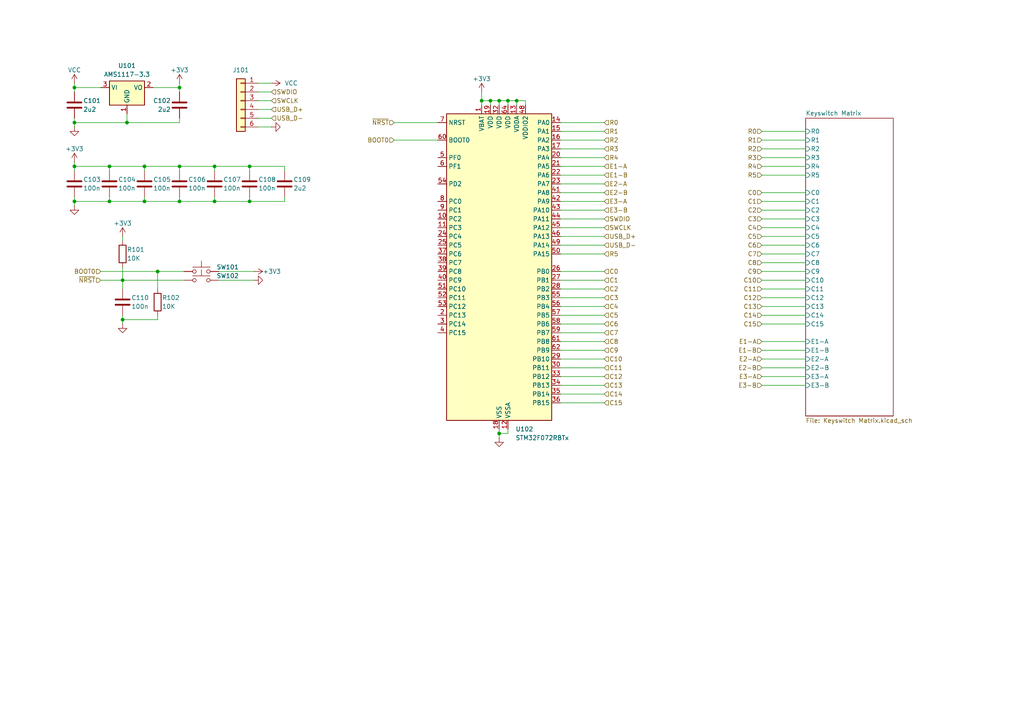
<source format=kicad_sch>
(kicad_sch (version 20231120) (generator "eeschema") (generator_version "8.0")
  (paper "A4")
  (title_block (title "x83") (date "2024-05-02") (rev "1") (company "Scott CJX"))
  (lib_symbols
    (symbol "power:+3V3" (power) (pin_numbers hide) (pin_names (offset 0) hide)
      (property "Value" "+3V3" (at 0 3.556 0))
      (symbol "+3V3_0_1"
        (polyline (pts (xy -0.762 1.27) (xy 0 2.54)))
        (polyline (pts (xy 0 0) (xy 0 2.54)))
        (polyline (pts (xy 0 2.54) (xy 0.762 1.27)))
      )
      (symbol "+3V3_1_1"
        (pin power_in line (at 0 0 90) (length 0) (name "~") (number "1"))
      )
    )
    (symbol "power:GND" (power) (pin_numbers hide) (pin_names (offset 0) hide)
      (property "Value" "GND" (at 0 -3.81 0))
      (symbol "GND_0_1"
        (polyline (pts (xy 0 0) (xy 0 -1.27) (xy 1.27 -1.27) (xy 0 -2.54) (xy -1.27 -1.27) (xy 0 -1.27)))
      )
      (symbol "GND_1_1"
        (pin power_in line (at 0 0 270) (length 0) (name "~") (number "1"))
      )
    )
    (symbol "power:VCC" (power) (pin_numbers hide) (pin_names (offset 0) hide)
      (property "Value" "VCC" (at 0 3.556 0))
      (symbol "VCC_0_1"
        (polyline (pts (xy -0.762 1.27) (xy 0 2.54)))
        (polyline (pts (xy 0 0) (xy 0 2.54)))
        (polyline (pts (xy 0 2.54) (xy 0.762 1.27)))
      )
      (symbol "VCC_1_1"
        (pin power_in line (at 0 0 90) (length 0) (name "~") (number "1"))
      )
    )
    (symbol "x83-kb-lib:AMS1117-3.3"
      (property "Reference" "U" (at -3.81 3.175 0))
      (property "Value" "AMS1117-3.3" (at 0 3.175 0))
      (symbol "AMS1117-3.3_0_1"
        (rectangle (start -5.08 -5.08) (end 5.08 1.905) (stroke (width 0.254)) (fill (type background)))
      )
      (symbol "AMS1117-3.3_1_1"
        (pin power_in line (at 0 -7.62 90) (length 2.54) (name "GND") (number "1"))
        (pin power_out line (at 7.62 0 180) (length 2.54) (name "VO") (number "2"))
        (pin power_in line (at -7.62 0 0) (length 2.54) (name "VI") (number "3"))
      )
    )
    (symbol "x83-kb-lib:C" (pin_numbers hide) (pin_names (offset 0.254))
      (property "Reference" "C" (at 0.635 2.54 0))
      (property "Value" "C" (at 0.635 -2.54 0))
      (symbol "C_0_1"
        (polyline (pts (xy -2.032 -0.762) (xy 2.032 -0.762)) (stroke (width 0.508)))
        (polyline (pts (xy -2.032 0.762) (xy 2.032 0.762)) (stroke (width 0.508)))
      )
      (symbol "C_1_1"
        (pin passive line (at 0 3.81 270) (length 2.794) (name "~") (number "1"))
        (pin passive line (at 0 -3.81 90) (length 2.794) (name "~") (number "2"))
      )
    )
    (symbol "x83-kb-lib:Conn_01x06" (pin_names (offset 1.016) hide)
      (property "Reference" "J" (at 0 7.62 0))
      (property "Value" "Conn_01x06" (at 0 -10.16 0))
      (symbol "Conn_01x06_1_1"
        (rectangle (start -1.27 -7.493) (end 0 -7.747) (stroke (width 0.1524)))
        (rectangle (start -1.27 -4.953) (end 0 -5.207) (stroke (width 0.1524)))
        (rectangle (start -1.27 -2.413) (end 0 -2.667) (stroke (width 0.1524)))
        (rectangle (start -1.27 0.127) (end 0 -0.127) (stroke (width 0.1524)))
        (rectangle (start -1.27 2.667) (end 0 2.413) (stroke (width 0.1524)))
        (rectangle (start -1.27 5.207) (end 0 4.953) (stroke (width 0.1524)))
        (rectangle (start -1.27 6.35) (end 1.27 -8.89) (stroke (width 0.254)) (fill (type background)))
        (pin passive line (at -5.08 5.08 0) (length 3.81) (name "Pin_1") (number "1"))
        (pin passive line (at -5.08 2.54 0) (length 3.81) (name "Pin_2") (number "2"))
        (pin passive line (at -5.08 0 0) (length 3.81) (name "Pin_3") (number "3"))
        (pin passive line (at -5.08 -2.54 0) (length 3.81) (name "Pin_4") (number "4"))
        (pin passive line (at -5.08 -5.08 0) (length 3.81) (name "Pin_5") (number "5"))
        (pin passive line (at -5.08 -7.62 0) (length 3.81) (name "Pin_6") (number "6"))
      )
    )
    (symbol "x83-kb-lib:R" (pin_numbers hide) (pin_names (offset 0))
      (property "Reference" "R" (at 2.032 0 90))
      (property "Value" "R" (at 0 0 90))
      (symbol "R_0_1"
        (rectangle (start -1.016 -2.54) (end 1.016 2.54) (stroke (width 0.254)))
      )
      (symbol "R_1_1"
        (pin passive line (at 0 3.81 270) (length 1.27) (name "~") (number "1"))
        (pin passive line (at 0 -3.81 90) (length 1.27) (name "~") (number "2"))
      )
    )
    (symbol "x83-kb-lib:STM32F072RBTx"
      (property "Reference" "U" (at -15.24 46.99 0))
      (property "Value" "STM32F072RBTx" (at 10.16 46.99 0))
      (symbol "STM32F072RBTx_0_1"
        (rectangle (start -15.24 -43.18) (end 15.24 45.72) (stroke (width 0.254)) (fill (type background)))
      )
      (symbol "STM32F072RBTx_1_1"
        (pin power_in line (at -5.08 48.26 270) (length 2.54) (name "VBAT") (number "1"))
        (pin bidirectional line (at -17.78 15.24 0) (length 2.54) (name "PC2") (number "10"))
        (pin bidirectional line (at -17.78 12.7 0) (length 2.54) (name "PC3") (number "11"))
        (pin power_in line (at 2.54 -45.72 90) (length 2.54) (name "VSSA") (number "12"))
        (pin power_in line (at 5.08 48.26 270) (length 2.54) (name "VDDA") (number "13"))
        (pin bidirectional line (at 17.78 43.18 180) (length 2.54) (name "PA0") (number "14"))
        (pin bidirectional line (at 17.78 40.64 180) (length 2.54) (name "PA1") (number "15"))
        (pin bidirectional line (at 17.78 38.1 180) (length 2.54) (name "PA2") (number "16"))
        (pin bidirectional line (at 17.78 35.56 180) (length 2.54) (name "PA3") (number "17"))
        (pin power_in line (at 0 -45.72 90) (length 2.54) (name "VSS") (number "18"))
        (pin power_in line (at -2.54 48.26 270) (length 2.54) (name "VDD") (number "19"))
        (pin bidirectional line (at -17.78 -12.7 0) (length 2.54) (name "PC13") (number "2"))
        (pin bidirectional line (at 17.78 33.02 180) (length 2.54) (name "PA4") (number "20"))
        (pin bidirectional line (at 17.78 30.48 180) (length 2.54) (name "PA5") (number "21"))
        (pin bidirectional line (at 17.78 27.94 180) (length 2.54) (name "PA6") (number "22"))
        (pin bidirectional line (at 17.78 25.4 180) (length 2.54) (name "PA7") (number "23"))
        (pin bidirectional line (at -17.78 10.16 0) (length 2.54) (name "PC4") (number "24"))
        (pin bidirectional line (at -17.78 7.62 0) (length 2.54) (name "PC5") (number "25"))
        (pin bidirectional line (at 17.78 0 180) (length 2.54) (name "PB0") (number "26"))
        (pin bidirectional line (at 17.78 -2.54 180) (length 2.54) (name "PB1") (number "27"))
        (pin bidirectional line (at 17.78 -5.08 180) (length 2.54) (name "PB2") (number "28"))
        (pin bidirectional line (at 17.78 -25.4 180) (length 2.54) (name "PB10") (number "29"))
        (pin bidirectional line (at -17.78 -15.24 0) (length 2.54) (name "PC14") (number "3"))
        (pin bidirectional line (at 17.78 -27.94 180) (length 2.54) (name "PB11") (number "30"))
        (pin passive line (at 0 -45.72 90) (length 2.54) hide (name "VSS") (number "31"))
        (pin power_in line (at 0 48.26 270) (length 2.54) (name "VDD") (number "32"))
        (pin bidirectional line (at 17.78 -30.48 180) (length 2.54) (name "PB12") (number "33"))
        (pin bidirectional line (at 17.78 -33.02 180) (length 2.54) (name "PB13") (number "34"))
        (pin bidirectional line (at 17.78 -35.56 180) (length 2.54) (name "PB14") (number "35"))
        (pin bidirectional line (at 17.78 -38.1 180) (length 2.54) (name "PB15") (number "36"))
        (pin bidirectional line (at -17.78 5.08 0) (length 2.54) (name "PC6") (number "37"))
        (pin bidirectional line (at -17.78 2.54 0) (length 2.54) (name "PC7") (number "38"))
        (pin bidirectional line (at -17.78 0 0) (length 2.54) (name "PC8") (number "39"))
        (pin bidirectional line (at -17.78 -17.78 0) (length 2.54) (name "PC15") (number "4"))
        (pin bidirectional line (at -17.78 -2.54 0) (length 2.54) (name "PC9") (number "40"))
        (pin bidirectional line (at 17.78 22.86 180) (length 2.54) (name "PA8") (number "41"))
        (pin bidirectional line (at 17.78 20.32 180) (length 2.54) (name "PA9") (number "42"))
        (pin bidirectional line (at 17.78 17.78 180) (length 2.54) (name "PA10") (number "43"))
        (pin bidirectional line (at 17.78 15.24 180) (length 2.54) (name "PA11") (number "44"))
        (pin bidirectional line (at 17.78 12.7 180) (length 2.54) (name "PA12") (number "45"))
        (pin bidirectional line (at 17.78 10.16 180) (length 2.54) (name "PA13") (number "46"))
        (pin passive line (at 0 -45.72 90) (length 2.54) hide (name "VSS") (number "47"))
        (pin power_in line (at 7.62 48.26 270) (length 2.54) (name "VDDIO2") (number "48"))
        (pin bidirectional line (at 17.78 7.62 180) (length 2.54) (name "PA14") (number "49"))
        (pin bidirectional line (at -17.78 33.02 0) (length 2.54) (name "PF0") (number "5"))
        (pin bidirectional line (at 17.78 5.08 180) (length 2.54) (name "PA15") (number "50"))
        (pin bidirectional line (at -17.78 -5.08 0) (length 2.54) (name "PC10") (number "51"))
        (pin bidirectional line (at -17.78 -7.62 0) (length 2.54) (name "PC11") (number "52"))
        (pin bidirectional line (at -17.78 -10.16 0) (length 2.54) (name "PC12") (number "53"))
        (pin bidirectional line (at -17.78 25.4 0) (length 2.54) (name "PD2") (number "54"))
        (pin bidirectional line (at 17.78 -7.62 180) (length 2.54) (name "PB3") (number "55"))
        (pin bidirectional line (at 17.78 -10.16 180) (length 2.54) (name "PB4") (number "56"))
        (pin bidirectional line (at 17.78 -12.7 180) (length 2.54) (name "PB5") (number "57"))
        (pin bidirectional line (at 17.78 -15.24 180) (length 2.54) (name "PB6") (number "58"))
        (pin bidirectional line (at 17.78 -17.78 180) (length 2.54) (name "PB7") (number "59"))
        (pin bidirectional line (at -17.78 30.48 0) (length 2.54) (name "PF1") (number "6"))
        (pin input line (at -17.78 38.1 0) (length 2.54) (name "BOOT0") (number "60"))
        (pin bidirectional line (at 17.78 -20.32 180) (length 2.54) (name "PB8") (number "61"))
        (pin bidirectional line (at 17.78 -22.86 180) (length 2.54) (name "PB9") (number "62"))
        (pin passive line (at 0 -45.72 90) (length 2.54) hide (name "VSS") (number "63"))
        (pin power_in line (at 2.54 48.26 270) (length 2.54) (name "VDD") (number "64"))
        (pin input line (at -17.78 43.18 0) (length 2.54) (name "NRST") (number "7"))
        (pin bidirectional line (at -17.78 20.32 0) (length 2.54) (name "PC0") (number "8"))
        (pin bidirectional line (at -17.78 17.78 0) (length 2.54) (name "PC1") (number "9"))
      )
    )
    (symbol "x83-kb-lib:SW_Push" (pin_numbers hide) (pin_names (offset 1.016) hide)
      (property "Reference" "SW" (at 1.27 2.54 0))
      (property "Value" "SW_Push" (at 0 -1.524 0))
      (symbol "SW_Push_0_1"
        (circle (center -2.032 0) (radius 0.508))
        (polyline (pts (xy 0 1.27) (xy 0 3.048)))
        (polyline (pts (xy 2.54 1.27) (xy -2.54 1.27)))
        (circle (center 2.032 0) (radius 0.508))
        (pin passive line (at -5.08 0 0) (length 2.54) (name "1") (number "1"))
        (pin passive line (at 5.08 0 180) (length 2.54) (name "2") (number "2"))
      )
    )
  )
  (junction (at 31.75 48.26))
  (junction (at 41.91 48.26))
  (junction (at 62.23 48.26))
  (junction (at 72.39 48.26))
  (junction (at 35.56 92.71))
  (junction (at 144.78 29.21))
  (junction (at 21.59 58.42))
  (junction (at 142.24 29.21))
  (junction (at 36.83 35.56))
  (junction (at 52.07 25.4))
  (junction (at 147.32 29.21))
  (junction (at 52.07 48.26))
  (junction (at 72.39 58.42))
  (junction (at 41.91 58.42))
  (junction (at 62.23 58.42))
  (junction (at 139.7 29.21))
  (junction (at 31.75 58.42))
  (junction (at 21.59 48.26))
  (junction (at 52.07 58.42))
  (junction (at 21.59 25.4))
  (junction (at 21.59 35.56))
  (junction (at 35.56 81.28))
  (junction (at 144.78 125.73))
  (junction (at 149.86 29.21))
  (junction (at 45.72 78.74))
  (wire (pts (xy 45.72 91.44) (xy 45.72 92.71)))
  (wire (pts (xy 139.7 29.21) (xy 139.7 30.48)))
  (wire (pts (xy 52.07 24.13) (xy 52.07 25.4)))
  (wire (pts (xy 63.5 81.28) (xy 73.66 81.28)))
  (wire (pts (xy 220.98 86.36) (xy 233.68 86.36)))
  (wire (pts (xy 220.98 78.74) (xy 233.68 78.74)))
  (wire (pts (xy 175.26 55.88) (xy 162.56 55.88)))
  (wire (pts (xy 144.78 29.21) (xy 144.78 30.48)))
  (wire (pts (xy 41.91 48.26) (xy 41.91 49.53)))
  (wire (pts (xy 147.32 29.21) (xy 149.86 29.21)))
  (wire (pts (xy 175.26 66.04) (xy 162.56 66.04)))
  (wire (pts (xy 220.98 50.8) (xy 233.68 50.8)))
  (wire (pts (xy 31.75 48.26) (xy 31.75 49.53)))
  (wire (pts (xy 220.98 91.44) (xy 233.68 91.44)))
  (wire (pts (xy 175.26 86.36) (xy 162.56 86.36)))
  (wire (pts (xy 149.86 29.21) (xy 152.4 29.21)))
  (wire (pts (xy 152.4 30.48) (xy 152.4 29.21)))
  (wire (pts (xy 21.59 58.42) (xy 21.59 59.69)))
  (wire (pts (xy 220.98 93.98) (xy 233.68 93.98)))
  (wire (pts (xy 220.98 40.64) (xy 233.68 40.64)))
  (wire (pts (xy 82.55 58.42) (xy 82.55 57.15)))
  (wire (pts (xy 21.59 24.13) (xy 21.59 25.4)))
  (wire (pts (xy 78.74 36.83) (xy 74.93 36.83)))
  (wire (pts (xy 45.72 78.74) (xy 45.72 83.82)))
  (wire (pts (xy 175.26 58.42) (xy 162.56 58.42)))
  (wire (pts (xy 52.07 58.42) (xy 62.23 58.42)))
  (wire (pts (xy 114.3 35.56) (xy 127 35.56)))
  (wire (pts (xy 45.72 78.74) (xy 53.34 78.74)))
  (wire (pts (xy 21.59 46.99) (xy 21.59 48.26)))
  (wire (pts (xy 175.26 111.76) (xy 162.56 111.76)))
  (wire (pts (xy 63.5 78.74) (xy 73.66 78.74)))
  (wire (pts (xy 35.56 92.71) (xy 45.72 92.71)))
  (wire (pts (xy 62.23 48.26) (xy 72.39 48.26)))
  (wire (pts (xy 175.26 93.98) (xy 162.56 93.98)))
  (wire (pts (xy 220.98 48.26) (xy 233.68 48.26)))
  (wire (pts (xy 220.98 58.42) (xy 233.68 58.42)))
  (wire (pts (xy 21.59 35.56) (xy 21.59 36.83)))
  (wire (pts (xy 29.21 78.74) (xy 45.72 78.74)))
  (wire (pts (xy 31.75 58.42) (xy 31.75 57.15)))
  (wire (pts (xy 175.26 35.56) (xy 162.56 35.56)))
  (wire (pts (xy 72.39 58.42) (xy 72.39 57.15)))
  (wire (pts (xy 144.78 29.21) (xy 147.32 29.21)))
  (wire (pts (xy 220.98 88.9) (xy 233.68 88.9)))
  (wire (pts (xy 21.59 58.42) (xy 31.75 58.42)))
  (wire (pts (xy 35.56 68.58) (xy 35.56 69.85)))
  (wire (pts (xy 175.26 88.9) (xy 162.56 88.9)))
  (wire (pts (xy 52.07 48.26) (xy 52.07 49.53)))
  (wire (pts (xy 144.78 127) (xy 144.78 125.73)))
  (wire (pts (xy 35.56 81.28) (xy 35.56 83.82)))
  (wire (pts (xy 220.98 71.12) (xy 233.68 71.12)))
  (wire (pts (xy 147.32 125.73) (xy 144.78 125.73)))
  (wire (pts (xy 147.32 29.21) (xy 147.32 30.48)))
  (wire (pts (xy 21.59 25.4) (xy 21.59 26.67)))
  (wire (pts (xy 31.75 58.42) (xy 41.91 58.42)))
  (wire (pts (xy 175.26 60.96) (xy 162.56 60.96)))
  (wire (pts (xy 149.86 29.21) (xy 149.86 30.48)))
  (wire (pts (xy 220.98 63.5) (xy 233.68 63.5)))
  (wire (pts (xy 175.26 50.8) (xy 162.56 50.8)))
  (wire (pts (xy 220.98 106.68) (xy 233.68 106.68)))
  (wire (pts (xy 220.98 83.82) (xy 233.68 83.82)))
  (wire (pts (xy 175.26 109.22) (xy 162.56 109.22)))
  (wire (pts (xy 175.26 40.64) (xy 162.56 40.64)))
  (wire (pts (xy 72.39 48.26) (xy 72.39 49.53)))
  (wire (pts (xy 41.91 58.42) (xy 41.91 57.15)))
  (wire (pts (xy 220.98 73.66) (xy 233.68 73.66)))
  (wire (pts (xy 175.26 45.72) (xy 162.56 45.72)))
  (wire (pts (xy 41.91 48.26) (xy 52.07 48.26)))
  (wire (pts (xy 35.56 92.71) (xy 35.56 93.98)))
  (wire (pts (xy 36.83 35.56) (xy 52.07 35.56)))
  (wire (pts (xy 21.59 58.42) (xy 21.59 57.15)))
  (wire (pts (xy 35.56 81.28) (xy 53.34 81.28)))
  (wire (pts (xy 175.26 81.28) (xy 162.56 81.28)))
  (wire (pts (xy 175.26 38.1) (xy 162.56 38.1)))
  (wire (pts (xy 35.56 77.47) (xy 35.56 81.28)))
  (wire (pts (xy 175.26 48.26) (xy 162.56 48.26)))
  (wire (pts (xy 31.75 48.26) (xy 41.91 48.26)))
  (wire (pts (xy 220.98 81.28) (xy 233.68 81.28)))
  (wire (pts (xy 52.07 58.42) (xy 52.07 57.15)))
  (wire (pts (xy 142.24 29.21) (xy 144.78 29.21)))
  (wire (pts (xy 220.98 55.88) (xy 233.68 55.88)))
  (wire (pts (xy 62.23 58.42) (xy 62.23 57.15)))
  (wire (pts (xy 175.26 73.66) (xy 162.56 73.66)))
  (wire (pts (xy 41.91 58.42) (xy 52.07 58.42)))
  (wire (pts (xy 144.78 125.73) (xy 144.78 124.46)))
  (wire (pts (xy 220.98 60.96) (xy 233.68 60.96)))
  (wire (pts (xy 220.98 111.76) (xy 233.68 111.76)))
  (wire (pts (xy 175.26 83.82) (xy 162.56 83.82)))
  (wire (pts (xy 147.32 124.46) (xy 147.32 125.73)))
  (wire (pts (xy 175.26 53.34) (xy 162.56 53.34)))
  (wire (pts (xy 78.74 29.21) (xy 74.93 29.21)))
  (wire (pts (xy 220.98 104.14) (xy 233.68 104.14)))
  (wire (pts (xy 220.98 109.22) (xy 233.68 109.22)))
  (wire (pts (xy 175.26 116.84) (xy 162.56 116.84)))
  (wire (pts (xy 62.23 48.26) (xy 62.23 49.53)))
  (wire (pts (xy 52.07 25.4) (xy 52.07 26.67)))
  (wire (pts (xy 52.07 25.4) (xy 44.45 25.4)))
  (wire (pts (xy 21.59 48.26) (xy 21.59 49.53)))
  (wire (pts (xy 220.98 76.2) (xy 233.68 76.2)))
  (wire (pts (xy 220.98 68.58) (xy 233.68 68.58)))
  (wire (pts (xy 72.39 48.26) (xy 82.55 48.26)))
  (wire (pts (xy 72.39 58.42) (xy 82.55 58.42)))
  (wire (pts (xy 175.26 101.6) (xy 162.56 101.6)))
  (wire (pts (xy 175.26 43.18) (xy 162.56 43.18)))
  (wire (pts (xy 62.23 58.42) (xy 72.39 58.42)))
  (wire (pts (xy 220.98 45.72) (xy 233.68 45.72)))
  (wire (pts (xy 139.7 29.21) (xy 142.24 29.21)))
  (wire (pts (xy 78.74 26.67) (xy 74.93 26.67)))
  (wire (pts (xy 29.21 81.28) (xy 35.56 81.28)))
  (wire (pts (xy 220.98 38.1) (xy 233.68 38.1)))
  (wire (pts (xy 82.55 48.26) (xy 82.55 49.53)))
  (wire (pts (xy 220.98 66.04) (xy 233.68 66.04)))
  (wire (pts (xy 175.26 71.12) (xy 162.56 71.12)))
  (wire (pts (xy 175.26 63.5) (xy 162.56 63.5)))
  (wire (pts (xy 35.56 91.44) (xy 35.56 92.71)))
  (wire (pts (xy 175.26 91.44) (xy 162.56 91.44)))
  (wire (pts (xy 21.59 25.4) (xy 29.21 25.4)))
  (wire (pts (xy 175.26 106.68) (xy 162.56 106.68)))
  (wire (pts (xy 36.83 33.02) (xy 36.83 35.56)))
  (wire (pts (xy 175.26 99.06) (xy 162.56 99.06)))
  (wire (pts (xy 114.3 40.64) (xy 127 40.64)))
  (wire (pts (xy 220.98 99.06) (xy 233.68 99.06)))
  (wire (pts (xy 78.74 31.75) (xy 74.93 31.75)))
  (wire (pts (xy 21.59 34.29) (xy 21.59 35.56)))
  (wire (pts (xy 175.26 68.58) (xy 162.56 68.58)))
  (wire (pts (xy 175.26 96.52) (xy 162.56 96.52)))
  (wire (pts (xy 175.26 114.3) (xy 162.56 114.3)))
  (wire (pts (xy 52.07 48.26) (xy 62.23 48.26)))
  (wire (pts (xy 175.26 78.74) (xy 162.56 78.74)))
  (wire (pts (xy 78.74 24.13) (xy 74.93 24.13)))
  (wire (pts (xy 139.7 26.67) (xy 139.7 29.21)))
  (wire (pts (xy 142.24 29.21) (xy 142.24 30.48)))
  (wire (pts (xy 175.26 104.14) (xy 162.56 104.14)))
  (wire (pts (xy 220.98 101.6) (xy 233.68 101.6)))
  (wire (pts (xy 52.07 35.56) (xy 52.07 34.29)))
  (wire (pts (xy 21.59 48.26) (xy 31.75 48.26)))
  (wire (pts (xy 21.59 35.56) (xy 36.83 35.56)))
  (wire (pts (xy 220.98 43.18) (xy 233.68 43.18)))
  (wire (pts (xy 78.74 34.29) (xy 74.93 34.29)))
  (hierarchical_label "E1-B" (shape input) (at 220.98 101.6 180))
  (hierarchical_label "C11" (shape input) (at 175.26 106.68 0))
  (hierarchical_label "R2" (shape input) (at 220.98 43.18 180))
  (hierarchical_label "~{NRST}" (shape input) (at 114.3 35.56 180))
  (hierarchical_label "C10" (shape input) (at 175.26 104.14 0))
  (hierarchical_label "SWCLK" (shape input) (at 78.74 29.21 0))
  (hierarchical_label "C2" (shape input) (at 175.26 83.82 0))
  (hierarchical_label "SWDIO" (shape input) (at 78.74 26.67 0))
  (hierarchical_label "R3" (shape input) (at 220.98 45.72 180))
  (hierarchical_label "C8" (shape input) (at 220.98 76.2 180))
  (hierarchical_label "C9" (shape input) (at 175.26 101.6 0))
  (hierarchical_label "E3-A" (shape input) (at 220.98 109.22 180))
  (hierarchical_label "C4" (shape input) (at 175.26 88.9 0))
  (hierarchical_label "USB_D+" (shape input) (at 175.26 68.58 0))
  (hierarchical_label "C5" (shape input) (at 220.98 68.58 180))
  (hierarchical_label "C1" (shape input) (at 220.98 58.42 180))
  (hierarchical_label "C13" (shape input) (at 220.98 88.9 180))
  (hierarchical_label "R1" (shape input) (at 220.98 40.64 180))
  (hierarchical_label "R4" (shape input) (at 175.26 45.72 0))
  (hierarchical_label "E1-A" (shape input) (at 175.26 48.26 0))
  (hierarchical_label "C7" (shape input) (at 220.98 73.66 180))
  (hierarchical_label "E1-B" (shape input) (at 175.26 50.8 0))
  (hierarchical_label "R2" (shape input) (at 175.26 40.64 0))
  (hierarchical_label "C4" (shape input) (at 220.98 66.04 180))
  (hierarchical_label "E2-A" (shape input) (at 175.26 53.34 0))
  (hierarchical_label "C15" (shape input) (at 220.98 93.98 180))
  (hierarchical_label "C14" (shape input) (at 220.98 91.44 180))
  (hierarchical_label "C6" (shape input) (at 220.98 71.12 180))
  (hierarchical_label "BOOT0" (shape input) (at 114.3 40.64 180))
  (hierarchical_label "C6" (shape input) (at 175.26 93.98 0))
  (hierarchical_label "E3-A" (shape input) (at 175.26 58.42 0))
  (hierarchical_label "C12" (shape input) (at 175.26 109.22 0))
  (hierarchical_label "C12" (shape input) (at 220.98 86.36 180))
  (hierarchical_label "E3-B" (shape input) (at 220.98 111.76 180))
  (hierarchical_label "R3" (shape input) (at 175.26 43.18 0))
  (hierarchical_label "E1-A" (shape input) (at 220.98 99.06 180))
  (hierarchical_label "C3" (shape input) (at 175.26 86.36 0))
  (hierarchical_label "USB_D-" (shape input) (at 78.74 34.29 0))
  (hierarchical_label "C13" (shape input) (at 175.26 111.76 0))
  (hierarchical_label "C8" (shape input) (at 175.26 99.06 0))
  (hierarchical_label "C11" (shape input) (at 220.98 83.82 180))
  (hierarchical_label "C2" (shape input) (at 220.98 60.96 180))
  (hierarchical_label "C0" (shape input) (at 175.26 78.74 0))
  (hierarchical_label "E3-B" (shape input) (at 175.26 60.96 0))
  (hierarchical_label "R5" (shape input) (at 220.98 50.8 180))
  (hierarchical_label "C9" (shape input) (at 220.98 78.74 180))
  (hierarchical_label "C1" (shape input) (at 175.26 81.28 0))
  (hierarchical_label "SWCLK" (shape input) (at 175.26 66.04 0))
  (hierarchical_label "C0" (shape input) (at 220.98 55.88 180))
  (hierarchical_label "R1" (shape input) (at 175.26 38.1 0))
  (hierarchical_label "C5" (shape input) (at 175.26 91.44 0))
  (hierarchical_label "SWDIO" (shape input) (at 175.26 63.5 0))
  (hierarchical_label "R4" (shape input) (at 220.98 48.26 180))
  (hierarchical_label "E2-B" (shape input) (at 220.98 106.68 180))
  (hierarchical_label "USB_D-" (shape input) (at 175.26 71.12 0))
  (hierarchical_label "C14" (shape input) (at 175.26 114.3 0))
  (hierarchical_label "~{NRST}" (shape input) (at 29.21 81.28 180))
  (hierarchical_label "E2-B" (shape input) (at 175.26 55.88 0))
  (hierarchical_label "BOOT0" (shape input) (at 29.21 78.74 180))
  (hierarchical_label "C7" (shape input) (at 175.26 96.52 0))
  (hierarchical_label "USB_D+" (shape input) (at 78.74 31.75 0))
  (hierarchical_label "R0" (shape input) (at 220.98 38.1 180))
  (hierarchical_label "R0" (shape input) (at 175.26 35.56 0))
  (hierarchical_label "E2-A" (shape input) (at 220.98 104.14 180))
  (hierarchical_label "R5" (shape input) (at 175.26 73.66 0))
  (hierarchical_label "C3" (shape input) (at 220.98 63.5 180))
  (hierarchical_label "C10" (shape input) (at 220.98 81.28 180))
  (hierarchical_label "C15" (shape input) (at 175.26 116.84 0))
  (symbol (lib_id "power:GND") (at 21.59 59.69 0) (unit 1)
    (property "Reference" "#PWR0108" (effects (hide yes)))
    (property "Value" "GND" (effects (hide yes)))
    (property "Description" "Power symbol creates a global label with name \"GND\" , ground" (effects (hide yes)))
  )
  (symbol (lib_id "x83-kb-lib:C") (at 21.59 53.34 0) (unit 1)
    (property "Reference" "C103" (at 24.13 52.07 0) (effects (justify left)))
    (property "Value" "100n" (at 24.13 54.61 0) (effects (justify left)))
    (property "Footprint" "Capacitor_SMD:C_0603_1608Metric" (effects (hide yes)))
    (property "Description" "Unpolarized capacitor" (effects (hide yes)))
  )
  (symbol (lib_id "power:+3V3") (at 139.7 26.67 0) (unit 1)
    (property "Reference" "#PWR0104" (effects (hide yes)))
    (property "Value" "+3V3" (at 139.7 22.86 0))
    (property "Description" "Power symbol creates a global label with name \"+3V3\"" (effects (hide yes)))
  )
  (symbol (lib_id "power:GND") (at 78.74 36.83 90) (unit 1)
    (property "Reference" "#PWR0106" (effects (hide yes)))
    (property "Value" "GND" (effects (hide yes)))
    (property "Description" "Power symbol creates a global label with name \"GND\" , ground" (effects (hide yes)))
  )
  (symbol (lib_id "x83-kb-lib:C") (at 82.55 53.34 0) (unit 1)
    (property "Reference" "C109" (at 85.09 52.07 0) (effects (justify left)))
    (property "Value" "2u2" (at 85.09 54.61 0) (effects (justify left)))
    (property "Footprint" "Capacitor_SMD:C_0805_2012Metric" (effects (hide yes)))
    (property "Description" "Unpolarized capacitor" (effects (hide yes)))
  )
  (symbol (lib_id "power:+3V3") (at 52.07 24.13 0) (unit 1)
    (property "Reference" "#PWR0102" (effects (hide yes)))
    (property "Value" "+3V3" (at 52.07 20.32 0))
    (property "Description" "Power symbol creates a global label with name \"+3V3\"" (effects (hide yes)))
  )
  (symbol (lib_id "x83-kb-lib:C") (at 31.75 53.34 0) (unit 1)
    (property "Reference" "C104" (at 34.29 52.07 0) (effects (justify left)))
    (property "Value" "100n" (at 34.29 54.61 0) (effects (justify left)))
    (property "Footprint" "Capacitor_SMD:C_0603_1608Metric" (effects (hide yes)))
    (property "Description" "Unpolarized capacitor" (effects (hide yes)))
  )
  (symbol (lib_id "x83-kb-lib:STM32F072RBTx") (at 144.78 78.74 0) (unit 1)
    (property "Reference" "U102" (at 149.5141 124.46 0) (effects (justify left)))
    (property "Value" "STM32F072RBTx" (at 149.5141 127 0) (effects (justify left)))
    (property "Footprint" "Package_QFP:LQFP-64_10x10mm_P0.5mm" (effects (hide yes)))
    (property "Datasheet" "https://www.st.com/resource/en/datasheet/stm32f072rb.pdf" (effects (hide yes)))
    (property "Description" "STMicroelectronics Arm Cortex-M0 MCU, 128KB flash, 16KB RAM, 48 MHz, 2.0-3.6V, 51 GPIO, LQFP64" (effects (hide yes)))
  )
  (symbol (lib_id "x83-kb-lib:C") (at 72.39 53.34 0) (unit 1)
    (property "Reference" "C108" (at 74.93 52.07 0) (effects (justify left)))
    (property "Value" "100n" (at 74.93 54.61 0) (effects (justify left)))
    (property "Footprint" "Capacitor_SMD:C_0603_1608Metric" (effects (hide yes)))
    (property "Description" "Unpolarized capacitor" (effects (hide yes)))
  )
  (symbol (lib_id "power:+3V3") (at 21.59 46.99 0) (unit 1)
    (property "Reference" "#PWR0107" (effects (hide yes)))
    (property "Value" "+3V3" (at 21.59 43.18 0))
    (property "Description" "Power symbol creates a global label with name \"+3V3\"" (effects (hide yes)))
  )
  (symbol (lib_id "power:GND") (at 73.66 81.28 90) (unit 1)
    (property "Reference" "#PWR0111" (effects (hide yes)))
    (property "Value" "GND" (effects (hide yes)))
    (property "Description" "Power symbol creates a global label with name \"GND\" , ground" (effects (hide yes)))
  )
  (symbol (lib_id "x83-kb-lib:C") (at 62.23 53.34 0) (unit 1)
    (property "Reference" "C107" (at 64.77 52.07 0) (effects (justify left)))
    (property "Value" "100n" (at 64.77 54.61 0) (effects (justify left)))
    (property "Footprint" "Capacitor_SMD:C_0603_1608Metric" (effects (hide yes)))
    (property "Description" "Unpolarized capacitor" (effects (hide yes)))
  )
  (symbol (lib_id "x83-kb-lib:AMS1117-3.3") (at 36.83 25.4 0) (unit 1)
    (property "Reference" "U101" (at 36.83 19.05 0))
    (property "Value" "AMS1117-3.3" (at 36.83 21.59 0))
    (property "Footprint" "Package_TO_SOT_SMD:SOT-223-3_TabPin2" (effects (hide yes)))
    (property "Datasheet" "http://www.advanced-monolithic.com/pdf/ds1117.pdf" (effects (hide yes)))
    (property "Description" "1A Low Dropout regulator, positive, 3.3V fixed output, SOT-223" (effects (hide yes)))
  )
  (symbol (lib_id "x83-kb-lib:R") (at 45.72 87.63 0) (unit 1)
    (property "Reference" "R102" (at 46.99 86.36 0) (effects (justify left)))
    (property "Value" "10K" (at 46.99 88.9 0) (effects (justify left)))
    (property "Footprint" "Resistor_SMD:R_0603_1608Metric" (effects (hide yes)))
    (property "Description" "Resistor" (effects (hide yes)))
  )
  (symbol (lib_id "x83-kb-lib:C") (at 52.07 53.34 0) (unit 1)
    (property "Reference" "C106" (at 54.61 52.07 0) (effects (justify left)))
    (property "Value" "100n" (at 54.61 54.61 0) (effects (justify left)))
    (property "Footprint" "Capacitor_SMD:C_0603_1608Metric" (effects (hide yes)))
    (property "Description" "Unpolarized capacitor" (effects (hide yes)))
  )
  (symbol (lib_id "x83-kb-lib:R") (at 35.56 73.66 0) (unit 1)
    (property "Reference" "R101" (at 36.83 72.39 0) (effects (justify left)))
    (property "Value" "10K" (at 36.83 74.93 0) (effects (justify left)))
    (property "Footprint" "Resistor_SMD:R_0603_1608Metric" (effects (hide yes)))
    (property "Description" "Resistor" (effects (hide yes)))
  )
  (symbol (lib_id "x83-kb-lib:SW_Push") (at 58.42 78.74 0) (unit 1)
    (property "Reference" "SW101" (at 66.04 77.47 0))
    (property "Value" "SW_Push" (effects (hide yes)))
    (property "Description" "Push button switch, generic, two pins" (effects (hide yes)))
  )
  (symbol (lib_id "x83-kb-lib:C") (at 41.91 53.34 0) (unit 1)
    (property "Reference" "C105" (at 44.45 52.07 0) (effects (justify left)))
    (property "Value" "100n" (at 44.45 54.61 0) (effects (justify left)))
    (property "Footprint" "Capacitor_SMD:C_0603_1608Metric" (effects (hide yes)))
    (property "Description" "Unpolarized capacitor" (effects (hide yes)))
  )
  (symbol (lib_id "power:GND") (at 35.56 93.98 0) (unit 1)
    (property "Reference" "#PWR0112" (effects (hide yes)))
    (property "Value" "GND" (effects (hide yes)))
    (property "Description" "Power symbol creates a global label with name \"GND\" , ground" (effects (hide yes)))
  )
  (symbol (lib_id "x83-kb-lib:C") (at 35.56 87.63 0) (unit 1)
    (property "Reference" "C110" (at 38.1 86.36 0) (effects (justify left)))
    (property "Value" "100n" (at 38.1 88.9 0) (effects (justify left)))
    (property "Footprint" "Capacitor_SMD:C_0603_1608Metric" (effects (hide yes)))
    (property "Description" "Unpolarized capacitor" (effects (hide yes)))
  )
  (symbol (lib_id "power:GND") (at 144.78 127 0) (unit 1)
    (property "Reference" "#PWR0113" (effects (hide yes)))
    (property "Value" "GND" (effects (hide yes)))
    (property "Description" "Power symbol creates a global label with name \"GND\" , ground" (effects (hide yes)))
  )
  (symbol (lib_id "power:VCC") (at 78.74 24.13 270) (unit 1)
    (property "Reference" "#PWR0103" (effects (hide yes)))
    (property "Value" "VCC" (at 82.55 24.1299 90) (effects (justify left)))
    (property "Description" "Power symbol creates a global label with name \"VCC\"" (effects (hide yes)))
  )
  (symbol (lib_id "power:+3V3") (at 35.56 68.58 0) (unit 1)
    (property "Reference" "#PWR0109" (effects (hide yes)))
    (property "Value" "+3V3" (at 35.56 64.77 0))
    (property "Description" "Power symbol creates a global label with name \"+3V3\"" (effects (hide yes)))
  )
  (symbol (lib_id "x83-kb-lib:Conn_01x06") (at 69.85 29.21 0) (mirror y) (unit 1)
    (property "Reference" "J101" (at 69.85 20.32 0))
    (property "Value" "Conn_01x06" (effects (hide yes)))
    (property "Description" "Generic connector, single row, 01x06, script generated (kicad-library-utils/schlib/autogen/connector/)" (effects (hide yes)))
  )
  (symbol (lib_id "power:+3V3") (at 73.66 78.74 270) (unit 1)
    (property "Reference" "#PWR0110" (effects (hide yes)))
    (property "Value" "+3V3" (at 76.2 78.74 90) (effects (justify left)))
    (property "Description" "Power symbol creates a global label with name \"+3V3\"" (effects (hide yes)))
  )
  (symbol (lib_id "x83-kb-lib:C") (at 52.07 30.48 0) (mirror y) (unit 1)
    (property "Reference" "C102" (at 49.53 29.21 0) (effects (justify left)))
    (property "Value" "2u2" (at 49.53 31.75 0) (effects (justify left)))
    (property "Footprint" "Capacitor_SMD:C_0805_2012Metric" (effects (hide yes)))
    (property "Description" "Unpolarized capacitor" (effects (hide yes)))
  )
  (symbol (lib_id "x83-kb-lib:SW_Push") (at 58.42 81.28 0) (unit 1)
    (property "Reference" "SW102" (at 66.04 80.01 0))
    (property "Value" "SW_Push" (effects (hide yes)))
    (property "Description" "Push button switch, generic, two pins" (effects (hide yes)))
  )
  (symbol (lib_id "x83-kb-lib:C") (at 21.59 30.48 0) (unit 1)
    (property "Reference" "C101" (at 24.13 29.21 0) (effects (justify left)))
    (property "Value" "2u2" (at 24.13 31.75 0) (effects (justify left)))
    (property "Footprint" "Capacitor_SMD:C_0805_2012Metric" (effects (hide yes)))
    (property "Description" "Unpolarized capacitor" (effects (hide yes)))
  )
  (symbol (lib_id "power:GND") (at 21.59 36.83 0) (unit 1)
    (property "Reference" "#PWR0105" (effects (hide yes)))
    (property "Value" "GND" (effects (hide yes)))
    (property "Description" "Power symbol creates a global label with name \"GND\" , ground" (effects (hide yes)))
  )
  (symbol (lib_id "power:VCC") (at 21.59 24.13 0) (unit 1)
    (property "Reference" "#PWR0101" (effects (hide yes)))
    (property "Value" "VCC" (at 21.59 20.32 0))
    (property "Description" "Power symbol creates a global label with name \"VCC\"" (effects (hide yes)))
  )
  (sheet (at 233.68 34.29) (size 25.4 86.36) (stroke (width 0.1524))
    (property "Sheetname" "Keyswitch Matrix" (at 233.68 33.5784 0) (effects (justify left bottom)))
    (property "Sheetfile" "Keyswitch Matrix.kicad_sch" (at 233.68 121.2346 0) (effects (justify left top)))
    (pin "R5" input (at 233.68 50.8 180))
    (pin "C0" input (at 233.68 55.88 180))
    (pin "C1" input (at 233.68 58.42 180))
    (pin "R4" input (at 233.68 48.26 180))
    (pin "R3" input (at 233.68 45.72 180))
    (pin "R2" input (at 233.68 43.18 180))
    (pin "R1" input (at 233.68 40.64 180))
    (pin "R0" input (at 233.68 38.1 180))
    (pin "C2" input (at 233.68 60.96 180))
    (pin "C3" input (at 233.68 63.5 180))
    (pin "C8" input (at 233.68 76.2 180))
    (pin "C7" input (at 233.68 73.66 180))
    (pin "C6" input (at 233.68 71.12 180))
    (pin "C5" input (at 233.68 68.58 180))
    (pin "C11" input (at 233.68 83.82 180))
    (pin "C9" input (at 233.68 78.74 180))
    (pin "C10" input (at 233.68 81.28 180))
    (pin "C12" input (at 233.68 86.36 180))
    (pin "C15" input (at 233.68 93.98 180))
    (pin "C14" input (at 233.68 91.44 180))
    (pin "E1-B" input (at 233.68 101.6 180))
    (pin "E1-A" input (at 233.68 99.06 180))
    (pin "E2-B" input (at 233.68 106.68 180))
    (pin "E2-A" input (at 233.68 104.14 180))
    (pin "C4" input (at 233.68 66.04 180))
    (pin "E3-B" input (at 233.68 111.76 180))
    (pin "E3-A" input (at 233.68 109.22 180))
    (pin "C13" input (at 233.68 88.9 180))
  )
)
</source>
